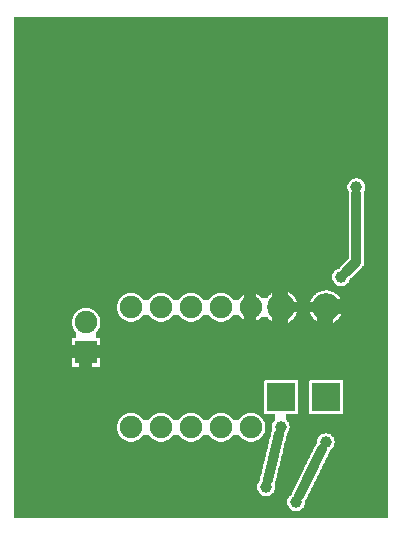
<source format=gbl>
G04 MADE WITH FRITZING*
G04 WWW.FRITZING.ORG*
G04 DOUBLE SIDED*
G04 HOLES PLATED*
G04 CONTOUR ON CENTER OF CONTOUR VECTOR*
%ASAXBY*%
%FSLAX23Y23*%
%MOIN*%
%OFA0B0*%
%SFA1.0B1.0*%
%ADD10C,0.075000*%
%ADD11C,0.039370*%
%ADD12C,0.092000*%
%ADD13R,0.092000X0.092000*%
%ADD14R,0.075000X0.075000*%
%ADD15C,0.032000*%
%LNCOPPER0*%
G90*
G70*
G54D10*
X122Y1631D03*
G54D11*
X879Y145D03*
X979Y95D03*
X1078Y295D03*
X928Y346D03*
X1129Y845D03*
X1180Y1145D03*
G54D10*
X629Y345D03*
X629Y745D03*
X429Y345D03*
X429Y745D03*
X729Y745D03*
X729Y345D03*
X829Y345D03*
X829Y745D03*
X529Y345D03*
X529Y745D03*
G54D12*
X1079Y445D03*
X1079Y745D03*
G54D10*
X279Y595D03*
X279Y695D03*
G54D12*
X929Y445D03*
X929Y745D03*
G54D13*
X1079Y445D03*
G54D14*
X279Y595D03*
G54D13*
X929Y445D03*
G54D15*
X922Y322D02*
X885Y168D01*
D02*
X1067Y273D02*
X990Y117D01*
D02*
X1036Y745D02*
X971Y745D01*
D02*
X1180Y995D02*
X1180Y896D01*
D02*
X1180Y896D02*
X1146Y862D01*
D02*
X1180Y1121D02*
X1180Y995D01*
G36*
X40Y1711D02*
X40Y1175D01*
X1186Y1175D01*
X1186Y1173D01*
X1192Y1173D01*
X1192Y1171D01*
X1196Y1171D01*
X1196Y1169D01*
X1198Y1169D01*
X1198Y1167D01*
X1200Y1167D01*
X1200Y1165D01*
X1202Y1165D01*
X1202Y1163D01*
X1204Y1163D01*
X1204Y1161D01*
X1206Y1161D01*
X1206Y1157D01*
X1208Y1157D01*
X1208Y1151D01*
X1210Y1151D01*
X1210Y1139D01*
X1208Y1139D01*
X1208Y1133D01*
X1206Y1133D01*
X1206Y889D01*
X1204Y889D01*
X1204Y883D01*
X1202Y883D01*
X1202Y881D01*
X1200Y881D01*
X1200Y879D01*
X1198Y879D01*
X1198Y875D01*
X1196Y875D01*
X1196Y873D01*
X1194Y873D01*
X1194Y871D01*
X1192Y871D01*
X1192Y869D01*
X1190Y869D01*
X1190Y867D01*
X1188Y867D01*
X1188Y865D01*
X1186Y865D01*
X1186Y863D01*
X1184Y863D01*
X1184Y861D01*
X1182Y861D01*
X1182Y859D01*
X1180Y859D01*
X1180Y857D01*
X1178Y857D01*
X1178Y855D01*
X1176Y855D01*
X1176Y853D01*
X1174Y853D01*
X1174Y851D01*
X1172Y851D01*
X1172Y849D01*
X1170Y849D01*
X1170Y847D01*
X1168Y847D01*
X1168Y845D01*
X1166Y845D01*
X1166Y843D01*
X1162Y843D01*
X1162Y841D01*
X1160Y841D01*
X1160Y839D01*
X1158Y839D01*
X1158Y835D01*
X1156Y835D01*
X1156Y831D01*
X1154Y831D01*
X1154Y827D01*
X1152Y827D01*
X1152Y825D01*
X1150Y825D01*
X1150Y823D01*
X1148Y823D01*
X1148Y821D01*
X1146Y821D01*
X1146Y819D01*
X1142Y819D01*
X1142Y817D01*
X1136Y817D01*
X1136Y815D01*
X1286Y815D01*
X1286Y1711D01*
X40Y1711D01*
G37*
D02*
G36*
X40Y1175D02*
X40Y815D01*
X1122Y815D01*
X1122Y817D01*
X1116Y817D01*
X1116Y819D01*
X1112Y819D01*
X1112Y821D01*
X1110Y821D01*
X1110Y823D01*
X1108Y823D01*
X1108Y825D01*
X1106Y825D01*
X1106Y827D01*
X1104Y827D01*
X1104Y831D01*
X1102Y831D01*
X1102Y835D01*
X1100Y835D01*
X1100Y855D01*
X1102Y855D01*
X1102Y859D01*
X1104Y859D01*
X1104Y861D01*
X1106Y861D01*
X1106Y865D01*
X1108Y865D01*
X1108Y867D01*
X1110Y867D01*
X1110Y869D01*
X1114Y869D01*
X1114Y871D01*
X1118Y871D01*
X1118Y873D01*
X1124Y873D01*
X1124Y877D01*
X1126Y877D01*
X1126Y879D01*
X1128Y879D01*
X1128Y881D01*
X1130Y881D01*
X1130Y883D01*
X1132Y883D01*
X1132Y885D01*
X1134Y885D01*
X1134Y887D01*
X1136Y887D01*
X1136Y889D01*
X1138Y889D01*
X1138Y891D01*
X1140Y891D01*
X1140Y893D01*
X1142Y893D01*
X1142Y895D01*
X1144Y895D01*
X1144Y897D01*
X1146Y897D01*
X1146Y899D01*
X1148Y899D01*
X1148Y901D01*
X1150Y901D01*
X1150Y903D01*
X1152Y903D01*
X1152Y905D01*
X1154Y905D01*
X1154Y1133D01*
X1152Y1133D01*
X1152Y1139D01*
X1150Y1139D01*
X1150Y1151D01*
X1152Y1151D01*
X1152Y1157D01*
X1154Y1157D01*
X1154Y1161D01*
X1156Y1161D01*
X1156Y1163D01*
X1158Y1163D01*
X1158Y1165D01*
X1160Y1165D01*
X1160Y1167D01*
X1162Y1167D01*
X1162Y1169D01*
X1164Y1169D01*
X1164Y1171D01*
X1168Y1171D01*
X1168Y1173D01*
X1174Y1173D01*
X1174Y1175D01*
X40Y1175D01*
G37*
D02*
G36*
X40Y815D02*
X40Y813D01*
X1286Y813D01*
X1286Y815D01*
X40Y815D01*
G37*
D02*
G36*
X40Y815D02*
X40Y813D01*
X1286Y813D01*
X1286Y815D01*
X40Y815D01*
G37*
D02*
G36*
X40Y813D02*
X40Y801D01*
X1084Y801D01*
X1084Y799D01*
X1094Y799D01*
X1094Y797D01*
X1100Y797D01*
X1100Y795D01*
X1104Y795D01*
X1104Y793D01*
X1108Y793D01*
X1108Y791D01*
X1110Y791D01*
X1110Y789D01*
X1114Y789D01*
X1114Y787D01*
X1116Y787D01*
X1116Y785D01*
X1118Y785D01*
X1118Y783D01*
X1120Y783D01*
X1120Y781D01*
X1122Y781D01*
X1122Y779D01*
X1124Y779D01*
X1124Y775D01*
X1126Y775D01*
X1126Y773D01*
X1128Y773D01*
X1128Y769D01*
X1130Y769D01*
X1130Y765D01*
X1132Y765D01*
X1132Y757D01*
X1134Y757D01*
X1134Y731D01*
X1132Y731D01*
X1132Y725D01*
X1130Y725D01*
X1130Y719D01*
X1128Y719D01*
X1128Y717D01*
X1126Y717D01*
X1126Y713D01*
X1124Y713D01*
X1124Y711D01*
X1122Y711D01*
X1122Y707D01*
X1120Y707D01*
X1120Y705D01*
X1118Y705D01*
X1118Y703D01*
X1114Y703D01*
X1114Y701D01*
X1112Y701D01*
X1112Y699D01*
X1110Y699D01*
X1110Y697D01*
X1106Y697D01*
X1106Y695D01*
X1104Y695D01*
X1104Y693D01*
X1098Y693D01*
X1098Y691D01*
X1092Y691D01*
X1092Y689D01*
X1286Y689D01*
X1286Y813D01*
X40Y813D01*
G37*
D02*
G36*
X40Y801D02*
X40Y791D01*
X842Y791D01*
X842Y789D01*
X848Y789D01*
X848Y787D01*
X852Y787D01*
X852Y785D01*
X854Y785D01*
X854Y783D01*
X858Y783D01*
X858Y781D01*
X860Y781D01*
X860Y779D01*
X862Y779D01*
X862Y777D01*
X884Y777D01*
X884Y779D01*
X886Y779D01*
X886Y781D01*
X888Y781D01*
X888Y783D01*
X890Y783D01*
X890Y785D01*
X892Y785D01*
X892Y787D01*
X894Y787D01*
X894Y789D01*
X896Y789D01*
X896Y791D01*
X900Y791D01*
X900Y793D01*
X902Y793D01*
X902Y795D01*
X908Y795D01*
X908Y797D01*
X912Y797D01*
X912Y799D01*
X924Y799D01*
X924Y801D01*
X40Y801D01*
G37*
D02*
G36*
X934Y801D02*
X934Y799D01*
X944Y799D01*
X944Y797D01*
X950Y797D01*
X950Y795D01*
X954Y795D01*
X954Y793D01*
X958Y793D01*
X958Y791D01*
X960Y791D01*
X960Y789D01*
X964Y789D01*
X964Y787D01*
X966Y787D01*
X966Y785D01*
X968Y785D01*
X968Y783D01*
X970Y783D01*
X970Y781D01*
X972Y781D01*
X972Y779D01*
X974Y779D01*
X974Y775D01*
X976Y775D01*
X976Y773D01*
X978Y773D01*
X978Y769D01*
X980Y769D01*
X980Y765D01*
X982Y765D01*
X982Y757D01*
X984Y757D01*
X984Y731D01*
X982Y731D01*
X982Y725D01*
X980Y725D01*
X980Y719D01*
X978Y719D01*
X978Y717D01*
X976Y717D01*
X976Y713D01*
X974Y713D01*
X974Y711D01*
X972Y711D01*
X972Y707D01*
X970Y707D01*
X970Y705D01*
X968Y705D01*
X968Y703D01*
X964Y703D01*
X964Y701D01*
X962Y701D01*
X962Y699D01*
X960Y699D01*
X960Y697D01*
X956Y697D01*
X956Y695D01*
X954Y695D01*
X954Y693D01*
X948Y693D01*
X948Y691D01*
X942Y691D01*
X942Y689D01*
X1066Y689D01*
X1066Y691D01*
X1060Y691D01*
X1060Y693D01*
X1054Y693D01*
X1054Y695D01*
X1050Y695D01*
X1050Y697D01*
X1048Y697D01*
X1048Y699D01*
X1046Y699D01*
X1046Y701D01*
X1042Y701D01*
X1042Y703D01*
X1040Y703D01*
X1040Y705D01*
X1038Y705D01*
X1038Y707D01*
X1036Y707D01*
X1036Y709D01*
X1034Y709D01*
X1034Y713D01*
X1032Y713D01*
X1032Y715D01*
X1030Y715D01*
X1030Y719D01*
X1028Y719D01*
X1028Y723D01*
X1026Y723D01*
X1026Y729D01*
X1024Y729D01*
X1024Y741D01*
X1022Y741D01*
X1022Y747D01*
X1024Y747D01*
X1024Y759D01*
X1026Y759D01*
X1026Y765D01*
X1028Y765D01*
X1028Y769D01*
X1030Y769D01*
X1030Y773D01*
X1032Y773D01*
X1032Y777D01*
X1034Y777D01*
X1034Y779D01*
X1036Y779D01*
X1036Y781D01*
X1038Y781D01*
X1038Y783D01*
X1040Y783D01*
X1040Y785D01*
X1042Y785D01*
X1042Y787D01*
X1044Y787D01*
X1044Y789D01*
X1046Y789D01*
X1046Y791D01*
X1050Y791D01*
X1050Y793D01*
X1052Y793D01*
X1052Y795D01*
X1058Y795D01*
X1058Y797D01*
X1062Y797D01*
X1062Y799D01*
X1074Y799D01*
X1074Y801D01*
X934Y801D01*
G37*
D02*
G36*
X40Y791D02*
X40Y741D01*
X292Y741D01*
X292Y739D01*
X298Y739D01*
X298Y737D01*
X302Y737D01*
X302Y735D01*
X304Y735D01*
X304Y733D01*
X308Y733D01*
X308Y731D01*
X310Y731D01*
X310Y729D01*
X312Y729D01*
X312Y727D01*
X314Y727D01*
X314Y725D01*
X316Y725D01*
X316Y723D01*
X318Y723D01*
X318Y719D01*
X320Y719D01*
X320Y715D01*
X322Y715D01*
X322Y711D01*
X324Y711D01*
X324Y705D01*
X326Y705D01*
X326Y697D01*
X420Y697D01*
X420Y699D01*
X412Y699D01*
X412Y701D01*
X408Y701D01*
X408Y703D01*
X404Y703D01*
X404Y705D01*
X402Y705D01*
X402Y707D01*
X398Y707D01*
X398Y709D01*
X396Y709D01*
X396Y711D01*
X394Y711D01*
X394Y713D01*
X392Y713D01*
X392Y717D01*
X390Y717D01*
X390Y719D01*
X388Y719D01*
X388Y723D01*
X386Y723D01*
X386Y727D01*
X384Y727D01*
X384Y733D01*
X382Y733D01*
X382Y755D01*
X384Y755D01*
X384Y763D01*
X386Y763D01*
X386Y767D01*
X388Y767D01*
X388Y769D01*
X390Y769D01*
X390Y773D01*
X392Y773D01*
X392Y775D01*
X394Y775D01*
X394Y777D01*
X396Y777D01*
X396Y779D01*
X398Y779D01*
X398Y781D01*
X400Y781D01*
X400Y783D01*
X402Y783D01*
X402Y785D01*
X406Y785D01*
X406Y787D01*
X410Y787D01*
X410Y789D01*
X416Y789D01*
X416Y791D01*
X40Y791D01*
G37*
D02*
G36*
X442Y791D02*
X442Y789D01*
X448Y789D01*
X448Y787D01*
X452Y787D01*
X452Y785D01*
X454Y785D01*
X454Y783D01*
X458Y783D01*
X458Y781D01*
X460Y781D01*
X460Y779D01*
X462Y779D01*
X462Y777D01*
X464Y777D01*
X464Y775D01*
X466Y775D01*
X466Y773D01*
X468Y773D01*
X468Y769D01*
X490Y769D01*
X490Y773D01*
X492Y773D01*
X492Y775D01*
X494Y775D01*
X494Y777D01*
X496Y777D01*
X496Y779D01*
X498Y779D01*
X498Y781D01*
X500Y781D01*
X500Y783D01*
X502Y783D01*
X502Y785D01*
X506Y785D01*
X506Y787D01*
X510Y787D01*
X510Y789D01*
X516Y789D01*
X516Y791D01*
X442Y791D01*
G37*
D02*
G36*
X542Y791D02*
X542Y789D01*
X548Y789D01*
X548Y787D01*
X552Y787D01*
X552Y785D01*
X554Y785D01*
X554Y783D01*
X558Y783D01*
X558Y781D01*
X560Y781D01*
X560Y779D01*
X562Y779D01*
X562Y777D01*
X564Y777D01*
X564Y775D01*
X566Y775D01*
X566Y773D01*
X568Y773D01*
X568Y769D01*
X590Y769D01*
X590Y773D01*
X592Y773D01*
X592Y775D01*
X594Y775D01*
X594Y777D01*
X596Y777D01*
X596Y779D01*
X598Y779D01*
X598Y781D01*
X600Y781D01*
X600Y783D01*
X602Y783D01*
X602Y785D01*
X606Y785D01*
X606Y787D01*
X610Y787D01*
X610Y789D01*
X616Y789D01*
X616Y791D01*
X542Y791D01*
G37*
D02*
G36*
X642Y791D02*
X642Y789D01*
X648Y789D01*
X648Y787D01*
X652Y787D01*
X652Y785D01*
X654Y785D01*
X654Y783D01*
X658Y783D01*
X658Y781D01*
X660Y781D01*
X660Y779D01*
X662Y779D01*
X662Y777D01*
X664Y777D01*
X664Y775D01*
X666Y775D01*
X666Y773D01*
X668Y773D01*
X668Y769D01*
X690Y769D01*
X690Y773D01*
X692Y773D01*
X692Y775D01*
X694Y775D01*
X694Y777D01*
X696Y777D01*
X696Y779D01*
X698Y779D01*
X698Y781D01*
X700Y781D01*
X700Y783D01*
X702Y783D01*
X702Y785D01*
X706Y785D01*
X706Y787D01*
X710Y787D01*
X710Y789D01*
X716Y789D01*
X716Y791D01*
X642Y791D01*
G37*
D02*
G36*
X742Y791D02*
X742Y789D01*
X748Y789D01*
X748Y787D01*
X752Y787D01*
X752Y785D01*
X754Y785D01*
X754Y783D01*
X758Y783D01*
X758Y781D01*
X760Y781D01*
X760Y779D01*
X762Y779D01*
X762Y777D01*
X764Y777D01*
X764Y775D01*
X766Y775D01*
X766Y773D01*
X768Y773D01*
X768Y769D01*
X790Y769D01*
X790Y773D01*
X792Y773D01*
X792Y775D01*
X794Y775D01*
X794Y777D01*
X796Y777D01*
X796Y779D01*
X798Y779D01*
X798Y781D01*
X800Y781D01*
X800Y783D01*
X802Y783D01*
X802Y785D01*
X806Y785D01*
X806Y787D01*
X810Y787D01*
X810Y789D01*
X816Y789D01*
X816Y791D01*
X742Y791D01*
G37*
D02*
G36*
X40Y741D02*
X40Y547D01*
X232Y547D01*
X232Y641D01*
X246Y641D01*
X246Y661D01*
X244Y661D01*
X244Y663D01*
X242Y663D01*
X242Y667D01*
X240Y667D01*
X240Y669D01*
X238Y669D01*
X238Y673D01*
X236Y673D01*
X236Y677D01*
X234Y677D01*
X234Y683D01*
X232Y683D01*
X232Y705D01*
X234Y705D01*
X234Y713D01*
X236Y713D01*
X236Y717D01*
X238Y717D01*
X238Y719D01*
X240Y719D01*
X240Y723D01*
X242Y723D01*
X242Y725D01*
X244Y725D01*
X244Y727D01*
X246Y727D01*
X246Y729D01*
X248Y729D01*
X248Y731D01*
X250Y731D01*
X250Y733D01*
X252Y733D01*
X252Y735D01*
X256Y735D01*
X256Y737D01*
X260Y737D01*
X260Y739D01*
X266Y739D01*
X266Y741D01*
X40Y741D01*
G37*
D02*
G36*
X468Y719D02*
X468Y717D01*
X466Y717D01*
X466Y713D01*
X464Y713D01*
X464Y711D01*
X462Y711D01*
X462Y709D01*
X458Y709D01*
X458Y707D01*
X456Y707D01*
X456Y705D01*
X454Y705D01*
X454Y703D01*
X450Y703D01*
X450Y701D01*
X446Y701D01*
X446Y699D01*
X438Y699D01*
X438Y697D01*
X520Y697D01*
X520Y699D01*
X512Y699D01*
X512Y701D01*
X508Y701D01*
X508Y703D01*
X504Y703D01*
X504Y705D01*
X502Y705D01*
X502Y707D01*
X498Y707D01*
X498Y709D01*
X496Y709D01*
X496Y711D01*
X494Y711D01*
X494Y713D01*
X492Y713D01*
X492Y717D01*
X490Y717D01*
X490Y719D01*
X468Y719D01*
G37*
D02*
G36*
X568Y719D02*
X568Y717D01*
X566Y717D01*
X566Y713D01*
X564Y713D01*
X564Y711D01*
X562Y711D01*
X562Y709D01*
X558Y709D01*
X558Y707D01*
X556Y707D01*
X556Y705D01*
X554Y705D01*
X554Y703D01*
X550Y703D01*
X550Y701D01*
X546Y701D01*
X546Y699D01*
X538Y699D01*
X538Y697D01*
X620Y697D01*
X620Y699D01*
X612Y699D01*
X612Y701D01*
X608Y701D01*
X608Y703D01*
X604Y703D01*
X604Y705D01*
X602Y705D01*
X602Y707D01*
X598Y707D01*
X598Y709D01*
X596Y709D01*
X596Y711D01*
X594Y711D01*
X594Y713D01*
X592Y713D01*
X592Y717D01*
X590Y717D01*
X590Y719D01*
X568Y719D01*
G37*
D02*
G36*
X668Y719D02*
X668Y717D01*
X666Y717D01*
X666Y713D01*
X664Y713D01*
X664Y711D01*
X662Y711D01*
X662Y709D01*
X658Y709D01*
X658Y707D01*
X656Y707D01*
X656Y705D01*
X654Y705D01*
X654Y703D01*
X650Y703D01*
X650Y701D01*
X646Y701D01*
X646Y699D01*
X638Y699D01*
X638Y697D01*
X720Y697D01*
X720Y699D01*
X712Y699D01*
X712Y701D01*
X708Y701D01*
X708Y703D01*
X704Y703D01*
X704Y705D01*
X702Y705D01*
X702Y707D01*
X698Y707D01*
X698Y709D01*
X696Y709D01*
X696Y711D01*
X694Y711D01*
X694Y713D01*
X692Y713D01*
X692Y717D01*
X690Y717D01*
X690Y719D01*
X668Y719D01*
G37*
D02*
G36*
X768Y719D02*
X768Y717D01*
X766Y717D01*
X766Y713D01*
X764Y713D01*
X764Y711D01*
X762Y711D01*
X762Y709D01*
X758Y709D01*
X758Y707D01*
X756Y707D01*
X756Y705D01*
X754Y705D01*
X754Y703D01*
X750Y703D01*
X750Y701D01*
X746Y701D01*
X746Y699D01*
X738Y699D01*
X738Y697D01*
X820Y697D01*
X820Y699D01*
X812Y699D01*
X812Y701D01*
X808Y701D01*
X808Y703D01*
X804Y703D01*
X804Y705D01*
X802Y705D01*
X802Y707D01*
X798Y707D01*
X798Y709D01*
X796Y709D01*
X796Y711D01*
X794Y711D01*
X794Y713D01*
X792Y713D01*
X792Y717D01*
X790Y717D01*
X790Y719D01*
X768Y719D01*
G37*
D02*
G36*
X864Y713D02*
X864Y711D01*
X862Y711D01*
X862Y709D01*
X858Y709D01*
X858Y707D01*
X856Y707D01*
X856Y705D01*
X854Y705D01*
X854Y703D01*
X850Y703D01*
X850Y701D01*
X846Y701D01*
X846Y699D01*
X838Y699D01*
X838Y697D01*
X898Y697D01*
X898Y699D01*
X896Y699D01*
X896Y701D01*
X892Y701D01*
X892Y703D01*
X890Y703D01*
X890Y705D01*
X888Y705D01*
X888Y707D01*
X886Y707D01*
X886Y709D01*
X884Y709D01*
X884Y713D01*
X864Y713D01*
G37*
D02*
G36*
X326Y697D02*
X326Y695D01*
X900Y695D01*
X900Y697D01*
X326Y697D01*
G37*
D02*
G36*
X326Y697D02*
X326Y695D01*
X900Y695D01*
X900Y697D01*
X326Y697D01*
G37*
D02*
G36*
X326Y697D02*
X326Y695D01*
X900Y695D01*
X900Y697D01*
X326Y697D01*
G37*
D02*
G36*
X326Y697D02*
X326Y695D01*
X900Y695D01*
X900Y697D01*
X326Y697D01*
G37*
D02*
G36*
X326Y697D02*
X326Y695D01*
X900Y695D01*
X900Y697D01*
X326Y697D01*
G37*
D02*
G36*
X326Y697D02*
X326Y695D01*
X900Y695D01*
X900Y697D01*
X326Y697D01*
G37*
D02*
G36*
X326Y695D02*
X326Y689D01*
X916Y689D01*
X916Y691D01*
X910Y691D01*
X910Y693D01*
X904Y693D01*
X904Y695D01*
X326Y695D01*
G37*
D02*
G36*
X326Y689D02*
X326Y687D01*
X1286Y687D01*
X1286Y689D01*
X326Y689D01*
G37*
D02*
G36*
X326Y689D02*
X326Y687D01*
X1286Y687D01*
X1286Y689D01*
X326Y689D01*
G37*
D02*
G36*
X326Y689D02*
X326Y687D01*
X1286Y687D01*
X1286Y689D01*
X326Y689D01*
G37*
D02*
G36*
X326Y687D02*
X326Y683D01*
X324Y683D01*
X324Y677D01*
X322Y677D01*
X322Y673D01*
X320Y673D01*
X320Y669D01*
X318Y669D01*
X318Y667D01*
X316Y667D01*
X316Y663D01*
X314Y663D01*
X314Y661D01*
X312Y661D01*
X312Y641D01*
X326Y641D01*
X326Y547D01*
X1286Y547D01*
X1286Y687D01*
X326Y687D01*
G37*
D02*
G36*
X40Y547D02*
X40Y545D01*
X1286Y545D01*
X1286Y547D01*
X40Y547D01*
G37*
D02*
G36*
X40Y547D02*
X40Y545D01*
X1286Y545D01*
X1286Y547D01*
X40Y547D01*
G37*
D02*
G36*
X40Y545D02*
X40Y501D01*
X1134Y501D01*
X1134Y389D01*
X1286Y389D01*
X1286Y545D01*
X40Y545D01*
G37*
D02*
G36*
X40Y501D02*
X40Y391D01*
X842Y391D01*
X842Y389D01*
X848Y389D01*
X848Y387D01*
X852Y387D01*
X852Y385D01*
X854Y385D01*
X854Y383D01*
X858Y383D01*
X858Y381D01*
X860Y381D01*
X860Y379D01*
X862Y379D01*
X862Y377D01*
X864Y377D01*
X864Y375D01*
X866Y375D01*
X866Y373D01*
X868Y373D01*
X868Y369D01*
X870Y369D01*
X870Y365D01*
X872Y365D01*
X872Y361D01*
X874Y361D01*
X874Y355D01*
X876Y355D01*
X876Y333D01*
X874Y333D01*
X874Y327D01*
X872Y327D01*
X872Y323D01*
X870Y323D01*
X870Y319D01*
X868Y319D01*
X868Y317D01*
X866Y317D01*
X866Y313D01*
X864Y313D01*
X864Y311D01*
X862Y311D01*
X862Y309D01*
X858Y309D01*
X858Y307D01*
X856Y307D01*
X856Y305D01*
X854Y305D01*
X854Y303D01*
X850Y303D01*
X850Y301D01*
X846Y301D01*
X846Y299D01*
X838Y299D01*
X838Y297D01*
X890Y297D01*
X890Y305D01*
X892Y305D01*
X892Y313D01*
X894Y313D01*
X894Y321D01*
X896Y321D01*
X896Y329D01*
X898Y329D01*
X898Y353D01*
X900Y353D01*
X900Y359D01*
X902Y359D01*
X902Y363D01*
X904Y363D01*
X904Y365D01*
X906Y365D01*
X906Y367D01*
X908Y367D01*
X908Y369D01*
X910Y369D01*
X910Y389D01*
X872Y389D01*
X872Y499D01*
X874Y499D01*
X874Y501D01*
X40Y501D01*
G37*
D02*
G36*
X984Y501D02*
X984Y389D01*
X1022Y389D01*
X1022Y499D01*
X1024Y499D01*
X1024Y501D01*
X984Y501D01*
G37*
D02*
G36*
X40Y391D02*
X40Y297D01*
X420Y297D01*
X420Y299D01*
X412Y299D01*
X412Y301D01*
X408Y301D01*
X408Y303D01*
X404Y303D01*
X404Y305D01*
X402Y305D01*
X402Y307D01*
X398Y307D01*
X398Y309D01*
X396Y309D01*
X396Y311D01*
X394Y311D01*
X394Y313D01*
X392Y313D01*
X392Y317D01*
X390Y317D01*
X390Y319D01*
X388Y319D01*
X388Y323D01*
X386Y323D01*
X386Y327D01*
X384Y327D01*
X384Y333D01*
X382Y333D01*
X382Y355D01*
X384Y355D01*
X384Y363D01*
X386Y363D01*
X386Y367D01*
X388Y367D01*
X388Y369D01*
X390Y369D01*
X390Y373D01*
X392Y373D01*
X392Y375D01*
X394Y375D01*
X394Y377D01*
X396Y377D01*
X396Y379D01*
X398Y379D01*
X398Y381D01*
X400Y381D01*
X400Y383D01*
X402Y383D01*
X402Y385D01*
X406Y385D01*
X406Y387D01*
X410Y387D01*
X410Y389D01*
X416Y389D01*
X416Y391D01*
X40Y391D01*
G37*
D02*
G36*
X442Y391D02*
X442Y389D01*
X448Y389D01*
X448Y387D01*
X452Y387D01*
X452Y385D01*
X454Y385D01*
X454Y383D01*
X458Y383D01*
X458Y381D01*
X460Y381D01*
X460Y379D01*
X462Y379D01*
X462Y377D01*
X464Y377D01*
X464Y375D01*
X466Y375D01*
X466Y373D01*
X468Y373D01*
X468Y369D01*
X490Y369D01*
X490Y373D01*
X492Y373D01*
X492Y375D01*
X494Y375D01*
X494Y377D01*
X496Y377D01*
X496Y379D01*
X498Y379D01*
X498Y381D01*
X500Y381D01*
X500Y383D01*
X502Y383D01*
X502Y385D01*
X506Y385D01*
X506Y387D01*
X510Y387D01*
X510Y389D01*
X516Y389D01*
X516Y391D01*
X442Y391D01*
G37*
D02*
G36*
X542Y391D02*
X542Y389D01*
X548Y389D01*
X548Y387D01*
X552Y387D01*
X552Y385D01*
X554Y385D01*
X554Y383D01*
X558Y383D01*
X558Y381D01*
X560Y381D01*
X560Y379D01*
X562Y379D01*
X562Y377D01*
X564Y377D01*
X564Y375D01*
X566Y375D01*
X566Y373D01*
X568Y373D01*
X568Y369D01*
X590Y369D01*
X590Y373D01*
X592Y373D01*
X592Y375D01*
X594Y375D01*
X594Y377D01*
X596Y377D01*
X596Y379D01*
X598Y379D01*
X598Y381D01*
X600Y381D01*
X600Y383D01*
X602Y383D01*
X602Y385D01*
X606Y385D01*
X606Y387D01*
X610Y387D01*
X610Y389D01*
X616Y389D01*
X616Y391D01*
X542Y391D01*
G37*
D02*
G36*
X642Y391D02*
X642Y389D01*
X648Y389D01*
X648Y387D01*
X652Y387D01*
X652Y385D01*
X654Y385D01*
X654Y383D01*
X658Y383D01*
X658Y381D01*
X660Y381D01*
X660Y379D01*
X662Y379D01*
X662Y377D01*
X664Y377D01*
X664Y375D01*
X666Y375D01*
X666Y373D01*
X668Y373D01*
X668Y369D01*
X690Y369D01*
X690Y373D01*
X692Y373D01*
X692Y375D01*
X694Y375D01*
X694Y377D01*
X696Y377D01*
X696Y379D01*
X698Y379D01*
X698Y381D01*
X700Y381D01*
X700Y383D01*
X702Y383D01*
X702Y385D01*
X706Y385D01*
X706Y387D01*
X710Y387D01*
X710Y389D01*
X716Y389D01*
X716Y391D01*
X642Y391D01*
G37*
D02*
G36*
X742Y391D02*
X742Y389D01*
X748Y389D01*
X748Y387D01*
X752Y387D01*
X752Y385D01*
X754Y385D01*
X754Y383D01*
X758Y383D01*
X758Y381D01*
X760Y381D01*
X760Y379D01*
X762Y379D01*
X762Y377D01*
X764Y377D01*
X764Y375D01*
X766Y375D01*
X766Y373D01*
X768Y373D01*
X768Y369D01*
X790Y369D01*
X790Y373D01*
X792Y373D01*
X792Y375D01*
X794Y375D01*
X794Y377D01*
X796Y377D01*
X796Y379D01*
X798Y379D01*
X798Y381D01*
X800Y381D01*
X800Y383D01*
X802Y383D01*
X802Y385D01*
X806Y385D01*
X806Y387D01*
X810Y387D01*
X810Y389D01*
X816Y389D01*
X816Y391D01*
X742Y391D01*
G37*
D02*
G36*
X944Y389D02*
X944Y387D01*
X1286Y387D01*
X1286Y389D01*
X944Y389D01*
G37*
D02*
G36*
X944Y389D02*
X944Y387D01*
X1286Y387D01*
X1286Y389D01*
X944Y389D01*
G37*
D02*
G36*
X944Y387D02*
X944Y369D01*
X948Y369D01*
X948Y367D01*
X950Y367D01*
X950Y363D01*
X952Y363D01*
X952Y361D01*
X954Y361D01*
X954Y357D01*
X956Y357D01*
X956Y349D01*
X958Y349D01*
X958Y343D01*
X956Y343D01*
X956Y335D01*
X954Y335D01*
X954Y331D01*
X952Y331D01*
X952Y327D01*
X950Y327D01*
X950Y325D01*
X1082Y325D01*
X1082Y323D01*
X1090Y323D01*
X1090Y321D01*
X1094Y321D01*
X1094Y319D01*
X1096Y319D01*
X1096Y317D01*
X1098Y317D01*
X1098Y315D01*
X1100Y315D01*
X1100Y313D01*
X1102Y313D01*
X1102Y311D01*
X1104Y311D01*
X1104Y307D01*
X1106Y307D01*
X1106Y299D01*
X1108Y299D01*
X1108Y291D01*
X1106Y291D01*
X1106Y283D01*
X1104Y283D01*
X1104Y279D01*
X1102Y279D01*
X1102Y277D01*
X1100Y277D01*
X1100Y275D01*
X1098Y275D01*
X1098Y273D01*
X1096Y273D01*
X1096Y271D01*
X1094Y271D01*
X1094Y269D01*
X1092Y269D01*
X1092Y263D01*
X1090Y263D01*
X1090Y259D01*
X1088Y259D01*
X1088Y255D01*
X1086Y255D01*
X1086Y251D01*
X1084Y251D01*
X1084Y247D01*
X1082Y247D01*
X1082Y243D01*
X1080Y243D01*
X1080Y239D01*
X1078Y239D01*
X1078Y235D01*
X1076Y235D01*
X1076Y231D01*
X1074Y231D01*
X1074Y227D01*
X1072Y227D01*
X1072Y223D01*
X1070Y223D01*
X1070Y219D01*
X1068Y219D01*
X1068Y215D01*
X1066Y215D01*
X1066Y211D01*
X1064Y211D01*
X1064Y207D01*
X1062Y207D01*
X1062Y201D01*
X1060Y201D01*
X1060Y197D01*
X1058Y197D01*
X1058Y193D01*
X1056Y193D01*
X1056Y189D01*
X1054Y189D01*
X1054Y185D01*
X1052Y185D01*
X1052Y181D01*
X1050Y181D01*
X1050Y177D01*
X1048Y177D01*
X1048Y173D01*
X1046Y173D01*
X1046Y169D01*
X1044Y169D01*
X1044Y165D01*
X1042Y165D01*
X1042Y161D01*
X1040Y161D01*
X1040Y157D01*
X1038Y157D01*
X1038Y153D01*
X1036Y153D01*
X1036Y149D01*
X1034Y149D01*
X1034Y145D01*
X1032Y145D01*
X1032Y141D01*
X1030Y141D01*
X1030Y137D01*
X1028Y137D01*
X1028Y133D01*
X1026Y133D01*
X1026Y129D01*
X1024Y129D01*
X1024Y125D01*
X1022Y125D01*
X1022Y121D01*
X1020Y121D01*
X1020Y117D01*
X1018Y117D01*
X1018Y113D01*
X1016Y113D01*
X1016Y109D01*
X1014Y109D01*
X1014Y105D01*
X1012Y105D01*
X1012Y101D01*
X1010Y101D01*
X1010Y99D01*
X1008Y99D01*
X1008Y85D01*
X1006Y85D01*
X1006Y81D01*
X1004Y81D01*
X1004Y77D01*
X1002Y77D01*
X1002Y75D01*
X1000Y75D01*
X1000Y73D01*
X998Y73D01*
X998Y71D01*
X996Y71D01*
X996Y69D01*
X992Y69D01*
X992Y67D01*
X986Y67D01*
X986Y65D01*
X1286Y65D01*
X1286Y387D01*
X944Y387D01*
G37*
D02*
G36*
X948Y325D02*
X948Y315D01*
X946Y315D01*
X946Y307D01*
X944Y307D01*
X944Y299D01*
X942Y299D01*
X942Y291D01*
X940Y291D01*
X940Y283D01*
X938Y283D01*
X938Y275D01*
X936Y275D01*
X936Y265D01*
X934Y265D01*
X934Y257D01*
X932Y257D01*
X932Y249D01*
X930Y249D01*
X930Y241D01*
X928Y241D01*
X928Y233D01*
X926Y233D01*
X926Y225D01*
X924Y225D01*
X924Y217D01*
X922Y217D01*
X922Y209D01*
X920Y209D01*
X920Y199D01*
X918Y199D01*
X918Y191D01*
X916Y191D01*
X916Y183D01*
X914Y183D01*
X914Y175D01*
X912Y175D01*
X912Y167D01*
X910Y167D01*
X910Y159D01*
X908Y159D01*
X908Y135D01*
X906Y135D01*
X906Y131D01*
X904Y131D01*
X904Y127D01*
X902Y127D01*
X902Y125D01*
X900Y125D01*
X900Y123D01*
X898Y123D01*
X898Y121D01*
X896Y121D01*
X896Y119D01*
X892Y119D01*
X892Y117D01*
X886Y117D01*
X886Y115D01*
X958Y115D01*
X958Y117D01*
X962Y117D01*
X962Y119D01*
X964Y119D01*
X964Y125D01*
X966Y125D01*
X966Y129D01*
X968Y129D01*
X968Y133D01*
X970Y133D01*
X970Y137D01*
X972Y137D01*
X972Y141D01*
X974Y141D01*
X974Y145D01*
X976Y145D01*
X976Y149D01*
X978Y149D01*
X978Y153D01*
X980Y153D01*
X980Y157D01*
X982Y157D01*
X982Y161D01*
X984Y161D01*
X984Y165D01*
X986Y165D01*
X986Y169D01*
X988Y169D01*
X988Y173D01*
X990Y173D01*
X990Y177D01*
X992Y177D01*
X992Y181D01*
X994Y181D01*
X994Y185D01*
X996Y185D01*
X996Y189D01*
X998Y189D01*
X998Y193D01*
X1000Y193D01*
X1000Y197D01*
X1002Y197D01*
X1002Y203D01*
X1004Y203D01*
X1004Y207D01*
X1006Y207D01*
X1006Y211D01*
X1008Y211D01*
X1008Y215D01*
X1010Y215D01*
X1010Y219D01*
X1012Y219D01*
X1012Y223D01*
X1014Y223D01*
X1014Y227D01*
X1016Y227D01*
X1016Y231D01*
X1018Y231D01*
X1018Y235D01*
X1020Y235D01*
X1020Y239D01*
X1022Y239D01*
X1022Y243D01*
X1024Y243D01*
X1024Y247D01*
X1026Y247D01*
X1026Y251D01*
X1028Y251D01*
X1028Y255D01*
X1030Y255D01*
X1030Y259D01*
X1032Y259D01*
X1032Y263D01*
X1034Y263D01*
X1034Y267D01*
X1036Y267D01*
X1036Y271D01*
X1038Y271D01*
X1038Y275D01*
X1040Y275D01*
X1040Y279D01*
X1042Y279D01*
X1042Y283D01*
X1044Y283D01*
X1044Y287D01*
X1046Y287D01*
X1046Y289D01*
X1048Y289D01*
X1048Y301D01*
X1050Y301D01*
X1050Y307D01*
X1052Y307D01*
X1052Y311D01*
X1054Y311D01*
X1054Y313D01*
X1056Y313D01*
X1056Y315D01*
X1058Y315D01*
X1058Y317D01*
X1060Y317D01*
X1060Y319D01*
X1062Y319D01*
X1062Y321D01*
X1066Y321D01*
X1066Y323D01*
X1074Y323D01*
X1074Y325D01*
X948Y325D01*
G37*
D02*
G36*
X468Y319D02*
X468Y317D01*
X466Y317D01*
X466Y313D01*
X464Y313D01*
X464Y311D01*
X462Y311D01*
X462Y309D01*
X458Y309D01*
X458Y307D01*
X456Y307D01*
X456Y305D01*
X454Y305D01*
X454Y303D01*
X450Y303D01*
X450Y301D01*
X446Y301D01*
X446Y299D01*
X438Y299D01*
X438Y297D01*
X520Y297D01*
X520Y299D01*
X512Y299D01*
X512Y301D01*
X508Y301D01*
X508Y303D01*
X504Y303D01*
X504Y305D01*
X502Y305D01*
X502Y307D01*
X498Y307D01*
X498Y309D01*
X496Y309D01*
X496Y311D01*
X494Y311D01*
X494Y313D01*
X492Y313D01*
X492Y317D01*
X490Y317D01*
X490Y319D01*
X468Y319D01*
G37*
D02*
G36*
X568Y319D02*
X568Y317D01*
X566Y317D01*
X566Y313D01*
X564Y313D01*
X564Y311D01*
X562Y311D01*
X562Y309D01*
X558Y309D01*
X558Y307D01*
X556Y307D01*
X556Y305D01*
X554Y305D01*
X554Y303D01*
X550Y303D01*
X550Y301D01*
X546Y301D01*
X546Y299D01*
X538Y299D01*
X538Y297D01*
X620Y297D01*
X620Y299D01*
X612Y299D01*
X612Y301D01*
X608Y301D01*
X608Y303D01*
X604Y303D01*
X604Y305D01*
X602Y305D01*
X602Y307D01*
X598Y307D01*
X598Y309D01*
X596Y309D01*
X596Y311D01*
X594Y311D01*
X594Y313D01*
X592Y313D01*
X592Y317D01*
X590Y317D01*
X590Y319D01*
X568Y319D01*
G37*
D02*
G36*
X668Y319D02*
X668Y317D01*
X666Y317D01*
X666Y313D01*
X664Y313D01*
X664Y311D01*
X662Y311D01*
X662Y309D01*
X658Y309D01*
X658Y307D01*
X656Y307D01*
X656Y305D01*
X654Y305D01*
X654Y303D01*
X650Y303D01*
X650Y301D01*
X646Y301D01*
X646Y299D01*
X638Y299D01*
X638Y297D01*
X720Y297D01*
X720Y299D01*
X712Y299D01*
X712Y301D01*
X708Y301D01*
X708Y303D01*
X704Y303D01*
X704Y305D01*
X702Y305D01*
X702Y307D01*
X698Y307D01*
X698Y309D01*
X696Y309D01*
X696Y311D01*
X694Y311D01*
X694Y313D01*
X692Y313D01*
X692Y317D01*
X690Y317D01*
X690Y319D01*
X668Y319D01*
G37*
D02*
G36*
X768Y319D02*
X768Y317D01*
X766Y317D01*
X766Y313D01*
X764Y313D01*
X764Y311D01*
X762Y311D01*
X762Y309D01*
X758Y309D01*
X758Y307D01*
X756Y307D01*
X756Y305D01*
X754Y305D01*
X754Y303D01*
X750Y303D01*
X750Y301D01*
X746Y301D01*
X746Y299D01*
X738Y299D01*
X738Y297D01*
X820Y297D01*
X820Y299D01*
X812Y299D01*
X812Y301D01*
X808Y301D01*
X808Y303D01*
X804Y303D01*
X804Y305D01*
X802Y305D01*
X802Y307D01*
X798Y307D01*
X798Y309D01*
X796Y309D01*
X796Y311D01*
X794Y311D01*
X794Y313D01*
X792Y313D01*
X792Y317D01*
X790Y317D01*
X790Y319D01*
X768Y319D01*
G37*
D02*
G36*
X40Y297D02*
X40Y295D01*
X888Y295D01*
X888Y297D01*
X40Y297D01*
G37*
D02*
G36*
X40Y297D02*
X40Y295D01*
X888Y295D01*
X888Y297D01*
X40Y297D01*
G37*
D02*
G36*
X40Y297D02*
X40Y295D01*
X888Y295D01*
X888Y297D01*
X40Y297D01*
G37*
D02*
G36*
X40Y297D02*
X40Y295D01*
X888Y295D01*
X888Y297D01*
X40Y297D01*
G37*
D02*
G36*
X40Y297D02*
X40Y295D01*
X888Y295D01*
X888Y297D01*
X40Y297D01*
G37*
D02*
G36*
X40Y297D02*
X40Y295D01*
X888Y295D01*
X888Y297D01*
X40Y297D01*
G37*
D02*
G36*
X40Y295D02*
X40Y115D01*
X870Y115D01*
X870Y117D01*
X866Y117D01*
X866Y119D01*
X862Y119D01*
X862Y121D01*
X860Y121D01*
X860Y123D01*
X858Y123D01*
X858Y125D01*
X856Y125D01*
X856Y127D01*
X854Y127D01*
X854Y131D01*
X852Y131D01*
X852Y135D01*
X850Y135D01*
X850Y155D01*
X852Y155D01*
X852Y159D01*
X854Y159D01*
X854Y161D01*
X856Y161D01*
X856Y165D01*
X858Y165D01*
X858Y173D01*
X860Y173D01*
X860Y181D01*
X862Y181D01*
X862Y189D01*
X864Y189D01*
X864Y197D01*
X866Y197D01*
X866Y207D01*
X868Y207D01*
X868Y215D01*
X870Y215D01*
X870Y223D01*
X872Y223D01*
X872Y231D01*
X874Y231D01*
X874Y239D01*
X876Y239D01*
X876Y247D01*
X878Y247D01*
X878Y255D01*
X880Y255D01*
X880Y263D01*
X882Y263D01*
X882Y273D01*
X884Y273D01*
X884Y281D01*
X886Y281D01*
X886Y289D01*
X888Y289D01*
X888Y295D01*
X40Y295D01*
G37*
D02*
G36*
X40Y115D02*
X40Y113D01*
X956Y113D01*
X956Y115D01*
X40Y115D01*
G37*
D02*
G36*
X40Y115D02*
X40Y113D01*
X956Y113D01*
X956Y115D01*
X40Y115D01*
G37*
D02*
G36*
X40Y113D02*
X40Y65D01*
X970Y65D01*
X970Y67D01*
X966Y67D01*
X966Y69D01*
X962Y69D01*
X962Y71D01*
X960Y71D01*
X960Y73D01*
X958Y73D01*
X958Y75D01*
X956Y75D01*
X956Y77D01*
X954Y77D01*
X954Y81D01*
X952Y81D01*
X952Y85D01*
X950Y85D01*
X950Y105D01*
X952Y105D01*
X952Y109D01*
X954Y109D01*
X954Y111D01*
X956Y111D01*
X956Y113D01*
X40Y113D01*
G37*
D02*
G36*
X40Y65D02*
X40Y63D01*
X1286Y63D01*
X1286Y65D01*
X40Y65D01*
G37*
D02*
G36*
X40Y65D02*
X40Y63D01*
X1286Y63D01*
X1286Y65D01*
X40Y65D01*
G37*
D02*
G36*
X40Y63D02*
X40Y41D01*
X1286Y41D01*
X1286Y63D01*
X40Y63D01*
G37*
D02*
G36*
X1050Y723D02*
X1101Y723D01*
X1101Y689D01*
X1050Y689D01*
X1050Y723D01*
G37*
D02*
G36*
X1100Y773D02*
X1134Y773D01*
X1134Y722D01*
X1100Y722D01*
X1100Y773D01*
G37*
D02*
G36*
X804Y795D02*
X847Y795D01*
X847Y765D01*
X804Y765D01*
X804Y795D01*
G37*
D02*
G36*
X804Y731D02*
X847Y731D01*
X847Y697D01*
X804Y697D01*
X804Y731D01*
G37*
D02*
G36*
X900Y805D02*
X951Y805D01*
X951Y773D01*
X900Y773D01*
X900Y805D01*
G37*
D02*
G36*
X900Y723D02*
X951Y723D01*
X951Y689D01*
X900Y689D01*
X900Y723D01*
G37*
D02*
G36*
X256Y581D02*
X299Y581D01*
X299Y547D01*
X256Y547D01*
X256Y581D01*
G37*
D02*
G36*
X228Y619D02*
X260Y619D01*
X260Y576D01*
X228Y576D01*
X228Y619D01*
G37*
D02*
G36*
X294Y619D02*
X326Y619D01*
X326Y576D01*
X294Y576D01*
X294Y619D01*
G37*
D02*
G04 End of Copper0*
M02*
</source>
